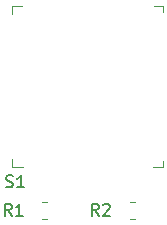
<source format=gto>
G04 #@! TF.GenerationSoftware,KiCad,Pcbnew,(5.1.9)-1*
G04 #@! TF.CreationDate,2021-05-18T23:01:19-05:00*
G04 #@! TF.ProjectId,Encoder,456e636f-6465-4722-9e6b-696361645f70,rev?*
G04 #@! TF.SameCoordinates,Original*
G04 #@! TF.FileFunction,Legend,Top*
G04 #@! TF.FilePolarity,Positive*
%FSLAX46Y46*%
G04 Gerber Fmt 4.6, Leading zero omitted, Abs format (unit mm)*
G04 Created by KiCad (PCBNEW (5.1.9)-1) date 2021-05-18 23:01:19*
%MOMM*%
%LPD*%
G01*
G04 APERTURE LIST*
%ADD10C,0.100000*%
%ADD11C,0.120000*%
%ADD12C,0.150000*%
%ADD13C,2.000000*%
%ADD14R,2.800000X3.600000*%
%ADD15O,1.200000X1.750000*%
G04 APERTURE END LIST*
D10*
X137725000Y-107875000D02*
X136775000Y-107875000D01*
X136775000Y-107875000D02*
X136775000Y-107200000D01*
X137625000Y-94225000D02*
X136775000Y-94225000D01*
X136775000Y-94225000D02*
X136775000Y-94900000D01*
X149525000Y-107300000D02*
X149525000Y-107875000D01*
X149525000Y-107875000D02*
X148725000Y-107875000D01*
X148825000Y-94225000D02*
X149525000Y-94225000D01*
X149525000Y-94225000D02*
X149525000Y-94725000D01*
D11*
X147227064Y-112235000D02*
X146772936Y-112235000D01*
X147227064Y-110765000D02*
X146772936Y-110765000D01*
X139272936Y-110765000D02*
X139727064Y-110765000D01*
X139272936Y-112235000D02*
X139727064Y-112235000D01*
D12*
X136271095Y-109497761D02*
X136413952Y-109545380D01*
X136652047Y-109545380D01*
X136747285Y-109497761D01*
X136794904Y-109450142D01*
X136842523Y-109354904D01*
X136842523Y-109259666D01*
X136794904Y-109164428D01*
X136747285Y-109116809D01*
X136652047Y-109069190D01*
X136461571Y-109021571D01*
X136366333Y-108973952D01*
X136318714Y-108926333D01*
X136271095Y-108831095D01*
X136271095Y-108735857D01*
X136318714Y-108640619D01*
X136366333Y-108593000D01*
X136461571Y-108545380D01*
X136699666Y-108545380D01*
X136842523Y-108593000D01*
X137794904Y-109545380D02*
X137223476Y-109545380D01*
X137509190Y-109545380D02*
X137509190Y-108545380D01*
X137413952Y-108688238D01*
X137318714Y-108783476D01*
X137223476Y-108831095D01*
X144105333Y-111958380D02*
X143772000Y-111482190D01*
X143533904Y-111958380D02*
X143533904Y-110958380D01*
X143914857Y-110958380D01*
X144010095Y-111006000D01*
X144057714Y-111053619D01*
X144105333Y-111148857D01*
X144105333Y-111291714D01*
X144057714Y-111386952D01*
X144010095Y-111434571D01*
X143914857Y-111482190D01*
X143533904Y-111482190D01*
X144486285Y-111053619D02*
X144533904Y-111006000D01*
X144629142Y-110958380D01*
X144867238Y-110958380D01*
X144962476Y-111006000D01*
X145010095Y-111053619D01*
X145057714Y-111148857D01*
X145057714Y-111244095D01*
X145010095Y-111386952D01*
X144438666Y-111958380D01*
X145057714Y-111958380D01*
X136739333Y-111958380D02*
X136406000Y-111482190D01*
X136167904Y-111958380D02*
X136167904Y-110958380D01*
X136548857Y-110958380D01*
X136644095Y-111006000D01*
X136691714Y-111053619D01*
X136739333Y-111148857D01*
X136739333Y-111291714D01*
X136691714Y-111386952D01*
X136644095Y-111434571D01*
X136548857Y-111482190D01*
X136167904Y-111482190D01*
X137691714Y-111958380D02*
X137120285Y-111958380D01*
X137406000Y-111958380D02*
X137406000Y-110958380D01*
X137310761Y-111101238D01*
X137215523Y-111196476D01*
X137120285Y-111244095D01*
%LPC*%
D13*
X145650000Y-108550000D03*
X143150000Y-108550000D03*
X140650000Y-108550000D03*
X145650000Y-94050000D03*
X140650000Y-94050000D03*
D14*
X148850000Y-101050000D03*
X137450000Y-101050000D03*
G36*
G01*
X146600000Y-111049999D02*
X146600000Y-111950001D01*
G75*
G02*
X146350001Y-112200000I-249999J0D01*
G01*
X145649999Y-112200000D01*
G75*
G02*
X145400000Y-111950001I0J249999D01*
G01*
X145400000Y-111049999D01*
G75*
G02*
X145649999Y-110800000I249999J0D01*
G01*
X146350001Y-110800000D01*
G75*
G02*
X146600000Y-111049999I0J-249999D01*
G01*
G37*
G36*
G01*
X148600000Y-111049999D02*
X148600000Y-111950001D01*
G75*
G02*
X148350001Y-112200000I-249999J0D01*
G01*
X147649999Y-112200000D01*
G75*
G02*
X147400000Y-111950001I0J249999D01*
G01*
X147400000Y-111049999D01*
G75*
G02*
X147649999Y-110800000I249999J0D01*
G01*
X148350001Y-110800000D01*
G75*
G02*
X148600000Y-111049999I0J-249999D01*
G01*
G37*
G36*
G01*
X139900000Y-111950001D02*
X139900000Y-111049999D01*
G75*
G02*
X140149999Y-110800000I249999J0D01*
G01*
X140850001Y-110800000D01*
G75*
G02*
X141100000Y-111049999I0J-249999D01*
G01*
X141100000Y-111950001D01*
G75*
G02*
X140850001Y-112200000I-249999J0D01*
G01*
X140149999Y-112200000D01*
G75*
G02*
X139900000Y-111950001I0J249999D01*
G01*
G37*
G36*
G01*
X137900000Y-111950001D02*
X137900000Y-111049999D01*
G75*
G02*
X138149999Y-110800000I249999J0D01*
G01*
X138850001Y-110800000D01*
G75*
G02*
X139100000Y-111049999I0J-249999D01*
G01*
X139100000Y-111950001D01*
G75*
G02*
X138850001Y-112200000I-249999J0D01*
G01*
X138149999Y-112200000D01*
G75*
G02*
X137900000Y-111950001I0J249999D01*
G01*
G37*
D15*
X147000000Y-116000000D03*
X145000000Y-116000000D03*
X143000000Y-116000000D03*
X141000000Y-116000000D03*
G36*
G01*
X138400000Y-116625001D02*
X138400000Y-115374999D01*
G75*
G02*
X138649999Y-115125000I249999J0D01*
G01*
X139350001Y-115125000D01*
G75*
G02*
X139600000Y-115374999I0J-249999D01*
G01*
X139600000Y-116625001D01*
G75*
G02*
X139350001Y-116875000I-249999J0D01*
G01*
X138649999Y-116875000D01*
G75*
G02*
X138400000Y-116625001I0J249999D01*
G01*
G37*
M02*

</source>
